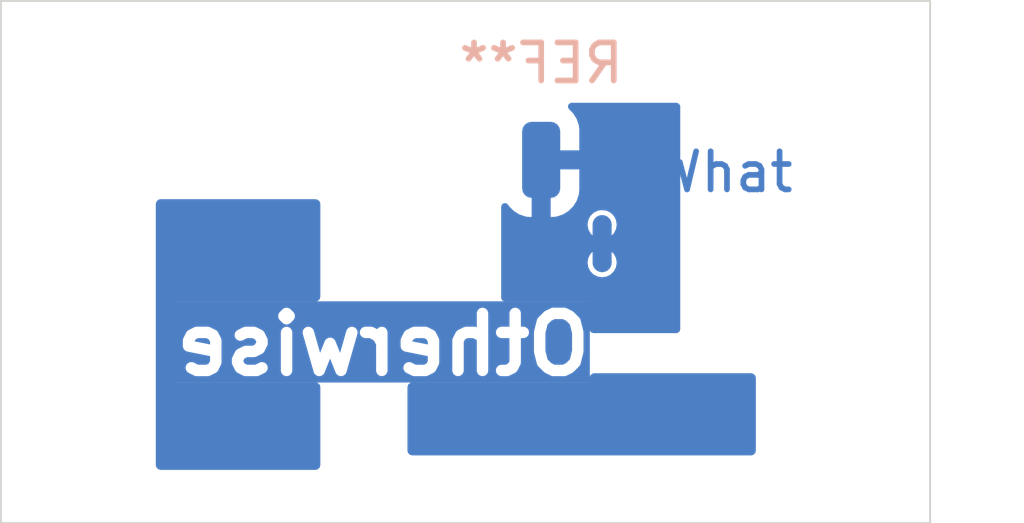
<source format=kicad_pcb>
(kicad_pcb (version 20230620) (generator pcbnew)
  (layers (0 "F.Cu" signal) (31 "B.Cu" signal) (34 "B.Paste" user) (35 "F.Paste" user) (36 "B.SilkS" user "B.Silkscreen") (37 "F.SilkS" user "F.Silkscreen") (38 "B.Mask" user) (39 "F.Mask" user) (44 "Edge.Cuts" user))
  (net 0 "")
  (net 1 "Test1")
  (net 2 "Test2")
  (net 3 "Test3")
  (footprint "Connector_Wire:SolderWirePad_1x01_SMD_1x2mm" (layer "B.Cu") (at 153.75 83.55 180)
    (property "Reference" "REF**" (at 0 2.54 0) (layer "B.SilkS") (effects (justify mirror)))
    (property "Value" "SolderWirePad_1x01_SMD_1x2mm")
    (pad "1" smd roundrect (at 0 0 180) (size 1 2) (layers "B.Cu" "B.Paste" "B.Mask") (net 3 "Test3"))
  )
  (footprint "NetTie:NetTie-2_SMD_Pad0.5mm" (layer "B.Cu") (at 155.35 85.75 -90)
    (property "Reference" "NT2" hide)
    (property "Value" "Net-Tie_2")
    (fp_poly (pts (xy -0.5 0.25) (xy 0.5 0.25) (xy 0.5 -0.25) (xy -0.5 -0.25)) (fill solid) (layer "B.Cu"))
    (pad "1" smd circle (at -0.5 0 270) (size 0.5 0.5) (layers "B.Cu") (net 1 "Test1"))
    (pad "2" smd circle (at 0.5 0 270) (size 0.5 0.5) (layers "B.Cu") (net 2 "Test2"))
  )
  (gr_rect (start 139.573 79.375) (end 163.957 93.091) (stroke (width 0.05)) (fill none) (layer "Edge.Cuts"))
  (gr_text "Otherwise" (at 155.194 89.281 0) (layer "B.Cu" knockout) (effects (font (size 1.5 1.5) (thickness 0.3) bold) (justify left bottom mirror)))
  (gr_text "What" (at 156.718 84.455 0) (layer "B.Cu") (effects (font (size 1 1)) (justify left bottom)))
  (zone (net 2) (net_name "Test2") (layer "B.Cu") (priority 2) (connect_pads (clearance 0.5)) (min_thickness 0.25) (fill yes (thermal_gap 0.5) (thermal_bridge_width 0.5) (island_removal_mode 1) (island_area_min 10))
    (polygon (pts (xy 143.637 84.582) (xy 147.955 84.582) (xy 147.955 91.694) (xy 143.637 91.694)))
  )
  (zone (net 3) (net_name "Test3") (layer "B.Cu") (connect_pads (clearance 0.127)) (min_thickness 0.2) (fill yes (thermal_gap 0.5) (thermal_bridge_width 0.5))
    (polygon (pts (xy 157.4 82.05) (xy 157.4 88.1) (xy 152.7 88.1) (xy 152.7 82.05)))
  )
  (zone (net 3) (net_name "Test3") (layer "B.Cu") (priority 1) (connect_pads (clearance 0.5)) (min_thickness 0.25) (fill yes (thermal_gap 0.5) (thermal_bridge_width 0.5) (island_removal_mode 1) (island_area_min 10))
    (polygon (pts (xy 159.385 89.154) (xy 150.241 89.154) (xy 150.241 91.313) (xy 159.385 91.313)))
  )
)
</source>
